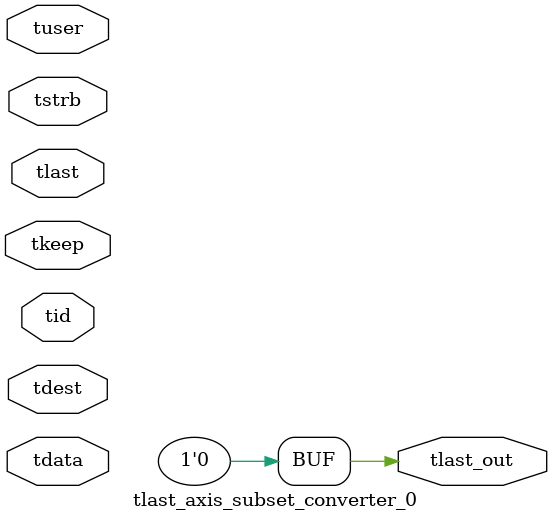
<source format=v>


`timescale 1ps/1ps

module tlast_axis_subset_converter_0 #
(
parameter C_S_AXIS_TID_WIDTH   = 1,
parameter C_S_AXIS_TUSER_WIDTH = 0,
parameter C_S_AXIS_TDATA_WIDTH = 0,
parameter C_S_AXIS_TDEST_WIDTH = 0
)
(
input  [(C_S_AXIS_TID_WIDTH   == 0 ? 1 : C_S_AXIS_TID_WIDTH)-1:0       ] tid,
input  [(C_S_AXIS_TDATA_WIDTH == 0 ? 1 : C_S_AXIS_TDATA_WIDTH)-1:0     ] tdata,
input  [(C_S_AXIS_TUSER_WIDTH == 0 ? 1 : C_S_AXIS_TUSER_WIDTH)-1:0     ] tuser,
input  [(C_S_AXIS_TDEST_WIDTH == 0 ? 1 : C_S_AXIS_TDEST_WIDTH)-1:0     ] tdest,
input  [(C_S_AXIS_TDATA_WIDTH/8)-1:0 ] tkeep,
input  [(C_S_AXIS_TDATA_WIDTH/8)-1:0 ] tstrb,
input  [0:0]                                                             tlast,
output                                                                   tlast_out
);

assign tlast_out = {1'b0};

endmodule


</source>
